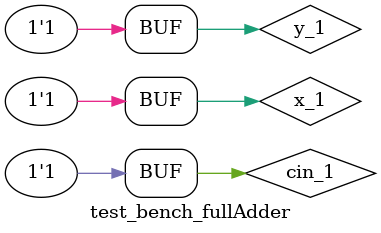
<source format=v>
module fullAdder(x, y, cin, cout, sum);
  input  x, y , cin;
  output cout, sum;
  wire w1, w2, w3;

  and(w1, x, y);
  and(w2, x, cin);
  and(w3, y, cin);
  xor(sum, x, y, cin);
  or(cout, w1, w2, w3);
endmodule

module test_bench_fullAdder;

  reg x_1, y_1, cin_1;
  wire cout_1, sum_1;

  fullAdder fadder1(.x(x_1), .y(y_1), .cin(cin_1), .cout(cout_1), .sum(sum_1));
  initial begin
  $monitor("x=%b, y=%b, cin=%b => sum=%b, cout=%b ", x_1, y_1, cin_1, sum_1, cout_1);
  x_1=1'b0;y_1=1'b0;cin_1=1'b0;
  #10
  x_1=1'b0;y_1=1'b0;cin_1=1'b1;
  #10
  x_1=1'b0;y_1=1'b1;cin_1=1'b0;
  #10
  x_1=1'b0;y_1=1'b1;cin_1=1'b1;
  #10
  x_1=1'b1;y_1=1'b0;cin_1=1'b0;
  #10
  x_1=1'b1;y_1=1'b0;cin_1=1'b1;
  #10
  x_1=1'b1;y_1=1'b1;cin_1=1'b0;
  #10
  x_1=1'b1;y_1=1'b1;cin_1=1'b1;
  end
endmodule

</source>
